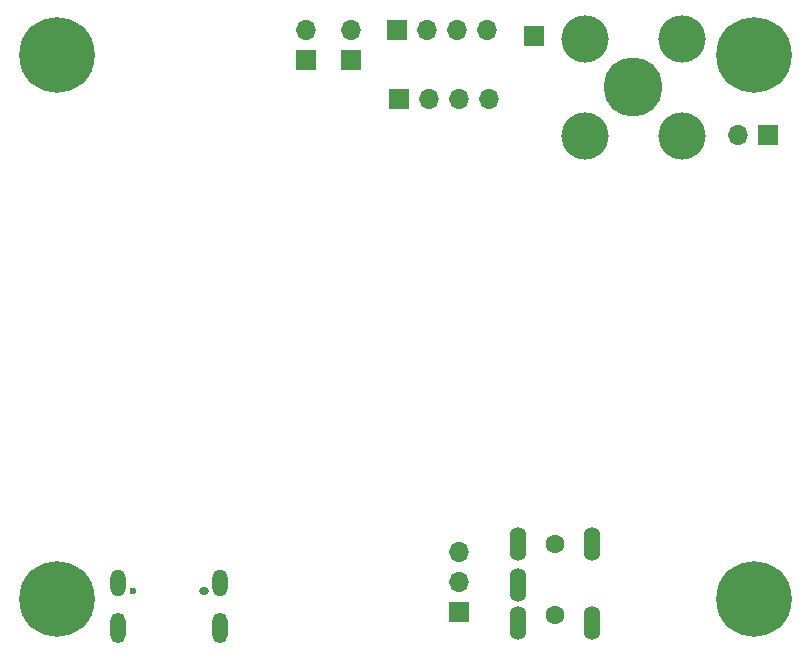
<source format=gbr>
%TF.GenerationSoftware,KiCad,Pcbnew,7.0.10-7.0.10~ubuntu22.04.1*%
%TF.CreationDate,2024-02-09T23:22:05+01:00*%
%TF.ProjectId,mp3alarm,6d703361-6c61-4726-9d2e-6b696361645f,v0.2*%
%TF.SameCoordinates,Original*%
%TF.FileFunction,Soldermask,Bot*%
%TF.FilePolarity,Negative*%
%FSLAX46Y46*%
G04 Gerber Fmt 4.6, Leading zero omitted, Abs format (unit mm)*
G04 Created by KiCad (PCBNEW 7.0.10-7.0.10~ubuntu22.04.1) date 2024-02-09 23:22:05*
%MOMM*%
%LPD*%
G01*
G04 APERTURE LIST*
%ADD10R,1.700000X1.700000*%
%ADD11O,1.700000X1.700000*%
%ADD12C,0.600000*%
%ADD13O,0.850000X0.600000*%
%ADD14O,1.300000X2.300000*%
%ADD15O,1.300000X2.600000*%
%ADD16C,6.400000*%
%ADD17C,1.600000*%
%ADD18O,1.422400X2.844800*%
%ADD19C,5.000000*%
%ADD20C,4.000000*%
G04 APERTURE END LIST*
D10*
%TO.C,J3*%
X69088000Y-58425000D03*
D11*
X69088000Y-55885000D03*
%TD*%
D10*
%TO.C,J5*%
X76962000Y-61722000D03*
D11*
X79502000Y-61722000D03*
X82042000Y-61722000D03*
X84582000Y-61722000D03*
%TD*%
D10*
%TO.C,J6*%
X76761500Y-55880000D03*
D11*
X79301500Y-55880000D03*
X81841500Y-55880000D03*
X84381500Y-55880000D03*
%TD*%
D10*
%TO.C,J2*%
X72898000Y-58425000D03*
D11*
X72898000Y-55885000D03*
%TD*%
D10*
%TO.C,J9*%
X88392000Y-56388000D03*
%TD*%
%TO.C,J1*%
X82042000Y-105156000D03*
D11*
X82042000Y-102616000D03*
X82042000Y-100076000D03*
%TD*%
D10*
%TO.C,J8*%
X108204000Y-64770000D03*
D11*
X105664000Y-64770000D03*
%TD*%
D12*
%TO.C,J11*%
X54452000Y-103378000D03*
D13*
X60452000Y-103378000D03*
D14*
X53132000Y-102653000D03*
D15*
X53132000Y-106478000D03*
D14*
X61772000Y-102653000D03*
D15*
X61772000Y-106478000D03*
%TD*%
D16*
%TO.C,H2*%
X48000000Y-104000000D03*
%TD*%
%TO.C,H4*%
X107000000Y-58000000D03*
%TD*%
D17*
%TO.C,J4*%
X90170000Y-105379945D03*
X90170000Y-99379945D03*
D18*
X87020000Y-102879945D03*
X87020000Y-106079945D03*
X93320000Y-106079945D03*
X87020000Y-99379945D03*
X93320000Y-99379945D03*
%TD*%
D16*
%TO.C,H3*%
X107000000Y-104000000D03*
%TD*%
D19*
%TO.C,J10*%
X96774000Y-60706000D03*
D20*
X92659000Y-56591000D03*
X92659000Y-64821000D03*
X100889000Y-56591000D03*
X100889000Y-64821000D03*
%TD*%
D16*
%TO.C,H1*%
X48000000Y-58000000D03*
%TD*%
M02*

</source>
